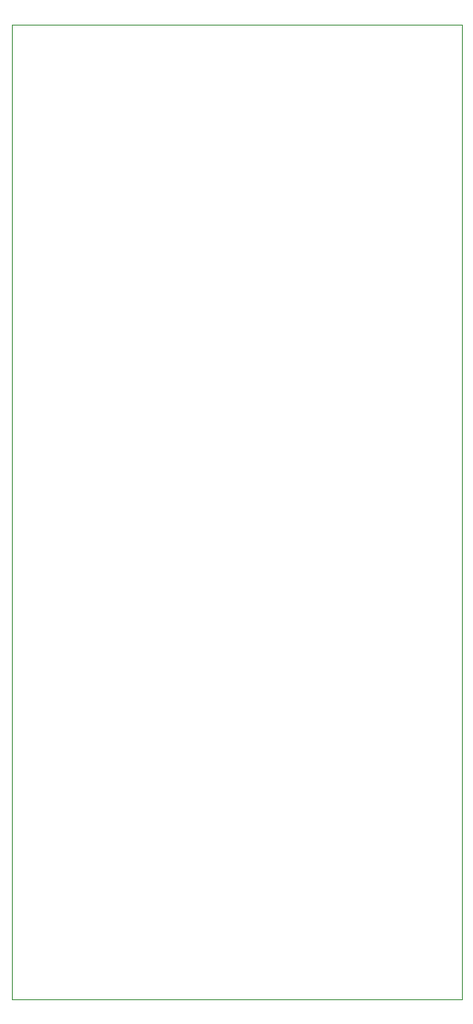
<source format=gbr>
G04 #@! TF.GenerationSoftware,KiCad,Pcbnew,9.0.2-2.fc42*
G04 #@! TF.CreationDate,2025-07-11T00:05:55+03:00*
G04 #@! TF.ProjectId,eeprom-programmer,65657072-6f6d-42d7-9072-6f6772616d6d,0.1*
G04 #@! TF.SameCoordinates,Original*
G04 #@! TF.FileFunction,Profile,NP*
%FSLAX46Y46*%
G04 Gerber Fmt 4.6, Leading zero omitted, Abs format (unit mm)*
G04 Created by KiCad (PCBNEW 9.0.2-2.fc42) date 2025-07-11 00:05:55*
%MOMM*%
%LPD*%
G01*
G04 APERTURE LIST*
G04 #@! TA.AperFunction,Profile*
%ADD10C,0.050000*%
G04 #@! TD*
G04 APERTURE END LIST*
D10*
X131762500Y-40585000D02*
X176570000Y-40585000D01*
X176570000Y-137560000D01*
X131762500Y-137560000D01*
X131762500Y-40585000D01*
M02*

</source>
